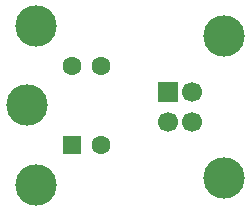
<source format=gbr>
%TF.GenerationSoftware,KiCad,Pcbnew,7.0.9-1.fc39*%
%TF.CreationDate,2023-12-29T10:14:23-08:00*%
%TF.ProjectId,ADB-USB-adapter,4144422d-5553-4422-9d61-646170746572,rev?*%
%TF.SameCoordinates,Original*%
%TF.FileFunction,Soldermask,Top*%
%TF.FilePolarity,Negative*%
%FSLAX46Y46*%
G04 Gerber Fmt 4.6, Leading zero omitted, Abs format (unit mm)*
G04 Created by KiCad (PCBNEW 7.0.9-1.fc39) date 2023-12-29 10:14:23*
%MOMM*%
%LPD*%
G01*
G04 APERTURE LIST*
G04 Aperture macros list*
%AMRoundRect*
0 Rectangle with rounded corners*
0 $1 Rounding radius*
0 $2 $3 $4 $5 $6 $7 $8 $9 X,Y pos of 4 corners*
0 Add a 4 corners polygon primitive as box body*
4,1,4,$2,$3,$4,$5,$6,$7,$8,$9,$2,$3,0*
0 Add four circle primitives for the rounded corners*
1,1,$1+$1,$2,$3*
1,1,$1+$1,$4,$5*
1,1,$1+$1,$6,$7*
1,1,$1+$1,$8,$9*
0 Add four rect primitives between the rounded corners*
20,1,$1+$1,$2,$3,$4,$5,0*
20,1,$1+$1,$4,$5,$6,$7,0*
20,1,$1+$1,$6,$7,$8,$9,0*
20,1,$1+$1,$8,$9,$2,$3,0*%
G04 Aperture macros list end*
%ADD10R,1.700000X1.700000*%
%ADD11C,1.700000*%
%ADD12C,3.500000*%
%ADD13RoundRect,0.102000X0.699000X-0.699000X0.699000X0.699000X-0.699000X0.699000X-0.699000X-0.699000X0*%
%ADD14C,1.602000*%
%ADD15C,3.510000*%
G04 APERTURE END LIST*
D10*
%TO.C,USB1*%
X36576000Y-28702000D03*
D11*
X36576000Y-31202000D03*
X38576000Y-31202000D03*
X38576000Y-28702000D03*
D12*
X41286000Y-23932000D03*
X41286000Y-35972000D03*
%TD*%
D13*
%TO.C,ADB-FEMALE1*%
X28400000Y-33166800D03*
D14*
X28400000Y-26466800D03*
X30890000Y-33166800D03*
X30890000Y-26466800D03*
D15*
X24590000Y-29816800D03*
X25400000Y-23056800D03*
X25400000Y-36576800D03*
%TD*%
M02*

</source>
